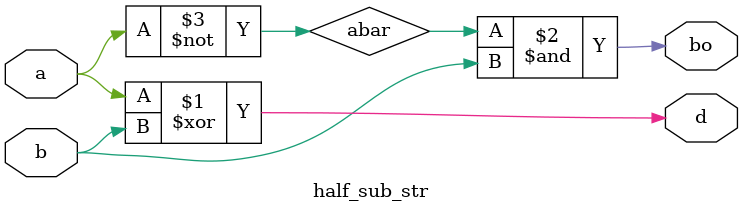
<source format=v>
module half_sub_behavioral(output reg d,bo, input a,b);
always @(*)
begin
d=a^b;
bo=(~a)&b;
end
endmodule

module halfsub_df(output d,bo,input a,b);
assign d=a^b;
assign bo=(~a)&b;
endmodule


module half_sub_str(d,bo,a,b);
input a,b;
output d,bo;
// bo is borrow
// d is difference
wire abar;
xor(d,a,b);
not(abar,a);
and(bo,abar,b);
endmodule
</source>
